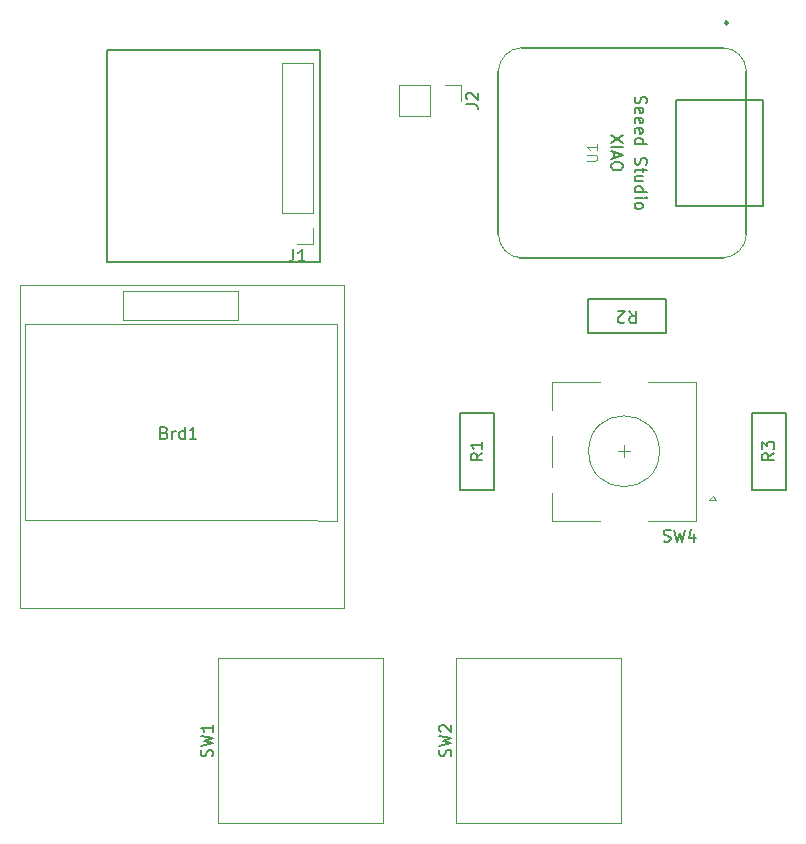
<source format=gbr>
%TF.GenerationSoftware,KiCad,Pcbnew,7.0.10*%
%TF.CreationDate,2025-02-10T10:38:22-05:00*%
%TF.ProjectId,Hackpad,4861636b-7061-4642-9e6b-696361645f70,rev?*%
%TF.SameCoordinates,Original*%
%TF.FileFunction,Legend,Top*%
%TF.FilePolarity,Positive*%
%FSLAX46Y46*%
G04 Gerber Fmt 4.6, Leading zero omitted, Abs format (unit mm)*
G04 Created by KiCad (PCBNEW 7.0.10) date 2025-02-10 10:38:22*
%MOMM*%
%LPD*%
G01*
G04 APERTURE LIST*
%ADD10C,0.150000*%
%ADD11C,0.101600*%
%ADD12C,0.120000*%
%ADD13C,0.152400*%
%ADD14C,0.127000*%
%ADD15C,0.254000*%
%ADD16C,0.025400*%
G04 APERTURE END LIST*
D10*
X138000000Y-63000000D02*
X120000000Y-63000000D01*
X120000000Y-63000000D02*
X120000000Y-81000000D01*
X120000000Y-81000000D02*
X138000000Y-81000000D01*
X138000000Y-81000000D02*
X138000000Y-63000000D01*
X135746666Y-79904819D02*
X135746666Y-80619104D01*
X135746666Y-80619104D02*
X135699047Y-80761961D01*
X135699047Y-80761961D02*
X135603809Y-80857200D01*
X135603809Y-80857200D02*
X135460952Y-80904819D01*
X135460952Y-80904819D02*
X135365714Y-80904819D01*
X136746666Y-80904819D02*
X136175238Y-80904819D01*
X136460952Y-80904819D02*
X136460952Y-79904819D01*
X136460952Y-79904819D02*
X136365714Y-80047676D01*
X136365714Y-80047676D02*
X136270476Y-80142914D01*
X136270476Y-80142914D02*
X136175238Y-80190533D01*
X150374819Y-67643333D02*
X151089104Y-67643333D01*
X151089104Y-67643333D02*
X151231961Y-67690952D01*
X151231961Y-67690952D02*
X151327200Y-67786190D01*
X151327200Y-67786190D02*
X151374819Y-67929047D01*
X151374819Y-67929047D02*
X151374819Y-68024285D01*
X150470057Y-67214761D02*
X150422438Y-67167142D01*
X150422438Y-67167142D02*
X150374819Y-67071904D01*
X150374819Y-67071904D02*
X150374819Y-66833809D01*
X150374819Y-66833809D02*
X150422438Y-66738571D01*
X150422438Y-66738571D02*
X150470057Y-66690952D01*
X150470057Y-66690952D02*
X150565295Y-66643333D01*
X150565295Y-66643333D02*
X150660533Y-66643333D01*
X150660533Y-66643333D02*
X150803390Y-66690952D01*
X150803390Y-66690952D02*
X151374819Y-67262380D01*
X151374819Y-67262380D02*
X151374819Y-66643333D01*
X164166666Y-85115180D02*
X164499999Y-85591371D01*
X164738094Y-85115180D02*
X164738094Y-86115180D01*
X164738094Y-86115180D02*
X164357142Y-86115180D01*
X164357142Y-86115180D02*
X164261904Y-86067561D01*
X164261904Y-86067561D02*
X164214285Y-86019942D01*
X164214285Y-86019942D02*
X164166666Y-85924704D01*
X164166666Y-85924704D02*
X164166666Y-85781847D01*
X164166666Y-85781847D02*
X164214285Y-85686609D01*
X164214285Y-85686609D02*
X164261904Y-85638990D01*
X164261904Y-85638990D02*
X164357142Y-85591371D01*
X164357142Y-85591371D02*
X164738094Y-85591371D01*
X163785713Y-86019942D02*
X163738094Y-86067561D01*
X163738094Y-86067561D02*
X163642856Y-86115180D01*
X163642856Y-86115180D02*
X163404761Y-86115180D01*
X163404761Y-86115180D02*
X163309523Y-86067561D01*
X163309523Y-86067561D02*
X163261904Y-86019942D01*
X163261904Y-86019942D02*
X163214285Y-85924704D01*
X163214285Y-85924704D02*
X163214285Y-85829466D01*
X163214285Y-85829466D02*
X163261904Y-85686609D01*
X163261904Y-85686609D02*
X163833332Y-85115180D01*
X163833332Y-85115180D02*
X163214285Y-85115180D01*
X176454819Y-97166666D02*
X175978628Y-97499999D01*
X176454819Y-97738094D02*
X175454819Y-97738094D01*
X175454819Y-97738094D02*
X175454819Y-97357142D01*
X175454819Y-97357142D02*
X175502438Y-97261904D01*
X175502438Y-97261904D02*
X175550057Y-97214285D01*
X175550057Y-97214285D02*
X175645295Y-97166666D01*
X175645295Y-97166666D02*
X175788152Y-97166666D01*
X175788152Y-97166666D02*
X175883390Y-97214285D01*
X175883390Y-97214285D02*
X175931009Y-97261904D01*
X175931009Y-97261904D02*
X175978628Y-97357142D01*
X175978628Y-97357142D02*
X175978628Y-97738094D01*
X175454819Y-96833332D02*
X175454819Y-96214285D01*
X175454819Y-96214285D02*
X175835771Y-96547618D01*
X175835771Y-96547618D02*
X175835771Y-96404761D01*
X175835771Y-96404761D02*
X175883390Y-96309523D01*
X175883390Y-96309523D02*
X175931009Y-96261904D01*
X175931009Y-96261904D02*
X176026247Y-96214285D01*
X176026247Y-96214285D02*
X176264342Y-96214285D01*
X176264342Y-96214285D02*
X176359580Y-96261904D01*
X176359580Y-96261904D02*
X176407200Y-96309523D01*
X176407200Y-96309523D02*
X176454819Y-96404761D01*
X176454819Y-96404761D02*
X176454819Y-96690475D01*
X176454819Y-96690475D02*
X176407200Y-96785713D01*
X176407200Y-96785713D02*
X176359580Y-96833332D01*
D11*
X160586985Y-72407333D02*
X161306652Y-72407333D01*
X161306652Y-72407333D02*
X161391318Y-72365000D01*
X161391318Y-72365000D02*
X161433652Y-72322666D01*
X161433652Y-72322666D02*
X161475985Y-72238000D01*
X161475985Y-72238000D02*
X161475985Y-72068666D01*
X161475985Y-72068666D02*
X161433652Y-71984000D01*
X161433652Y-71984000D02*
X161391318Y-71941666D01*
X161391318Y-71941666D02*
X161306652Y-71899333D01*
X161306652Y-71899333D02*
X160586985Y-71899333D01*
X161475985Y-71010333D02*
X161475985Y-71518333D01*
X161475985Y-71264333D02*
X160586985Y-71264333D01*
X160586985Y-71264333D02*
X160713985Y-71349000D01*
X160713985Y-71349000D02*
X160798652Y-71433667D01*
X160798652Y-71433667D02*
X160840985Y-71518333D01*
D10*
X164702800Y-66968095D02*
X164655180Y-67110952D01*
X164655180Y-67110952D02*
X164655180Y-67349047D01*
X164655180Y-67349047D02*
X164702800Y-67444285D01*
X164702800Y-67444285D02*
X164750419Y-67491904D01*
X164750419Y-67491904D02*
X164845657Y-67539523D01*
X164845657Y-67539523D02*
X164940895Y-67539523D01*
X164940895Y-67539523D02*
X165036133Y-67491904D01*
X165036133Y-67491904D02*
X165083752Y-67444285D01*
X165083752Y-67444285D02*
X165131371Y-67349047D01*
X165131371Y-67349047D02*
X165178990Y-67158571D01*
X165178990Y-67158571D02*
X165226609Y-67063333D01*
X165226609Y-67063333D02*
X165274228Y-67015714D01*
X165274228Y-67015714D02*
X165369466Y-66968095D01*
X165369466Y-66968095D02*
X165464704Y-66968095D01*
X165464704Y-66968095D02*
X165559942Y-67015714D01*
X165559942Y-67015714D02*
X165607561Y-67063333D01*
X165607561Y-67063333D02*
X165655180Y-67158571D01*
X165655180Y-67158571D02*
X165655180Y-67396666D01*
X165655180Y-67396666D02*
X165607561Y-67539523D01*
X164702800Y-68349047D02*
X164655180Y-68253809D01*
X164655180Y-68253809D02*
X164655180Y-68063333D01*
X164655180Y-68063333D02*
X164702800Y-67968095D01*
X164702800Y-67968095D02*
X164798038Y-67920476D01*
X164798038Y-67920476D02*
X165178990Y-67920476D01*
X165178990Y-67920476D02*
X165274228Y-67968095D01*
X165274228Y-67968095D02*
X165321847Y-68063333D01*
X165321847Y-68063333D02*
X165321847Y-68253809D01*
X165321847Y-68253809D02*
X165274228Y-68349047D01*
X165274228Y-68349047D02*
X165178990Y-68396666D01*
X165178990Y-68396666D02*
X165083752Y-68396666D01*
X165083752Y-68396666D02*
X164988514Y-67920476D01*
X164702800Y-69206190D02*
X164655180Y-69110952D01*
X164655180Y-69110952D02*
X164655180Y-68920476D01*
X164655180Y-68920476D02*
X164702800Y-68825238D01*
X164702800Y-68825238D02*
X164798038Y-68777619D01*
X164798038Y-68777619D02*
X165178990Y-68777619D01*
X165178990Y-68777619D02*
X165274228Y-68825238D01*
X165274228Y-68825238D02*
X165321847Y-68920476D01*
X165321847Y-68920476D02*
X165321847Y-69110952D01*
X165321847Y-69110952D02*
X165274228Y-69206190D01*
X165274228Y-69206190D02*
X165178990Y-69253809D01*
X165178990Y-69253809D02*
X165083752Y-69253809D01*
X165083752Y-69253809D02*
X164988514Y-68777619D01*
X164702800Y-70063333D02*
X164655180Y-69968095D01*
X164655180Y-69968095D02*
X164655180Y-69777619D01*
X164655180Y-69777619D02*
X164702800Y-69682381D01*
X164702800Y-69682381D02*
X164798038Y-69634762D01*
X164798038Y-69634762D02*
X165178990Y-69634762D01*
X165178990Y-69634762D02*
X165274228Y-69682381D01*
X165274228Y-69682381D02*
X165321847Y-69777619D01*
X165321847Y-69777619D02*
X165321847Y-69968095D01*
X165321847Y-69968095D02*
X165274228Y-70063333D01*
X165274228Y-70063333D02*
X165178990Y-70110952D01*
X165178990Y-70110952D02*
X165083752Y-70110952D01*
X165083752Y-70110952D02*
X164988514Y-69634762D01*
X164655180Y-70968095D02*
X165655180Y-70968095D01*
X164702800Y-70968095D02*
X164655180Y-70872857D01*
X164655180Y-70872857D02*
X164655180Y-70682381D01*
X164655180Y-70682381D02*
X164702800Y-70587143D01*
X164702800Y-70587143D02*
X164750419Y-70539524D01*
X164750419Y-70539524D02*
X164845657Y-70491905D01*
X164845657Y-70491905D02*
X165131371Y-70491905D01*
X165131371Y-70491905D02*
X165226609Y-70539524D01*
X165226609Y-70539524D02*
X165274228Y-70587143D01*
X165274228Y-70587143D02*
X165321847Y-70682381D01*
X165321847Y-70682381D02*
X165321847Y-70872857D01*
X165321847Y-70872857D02*
X165274228Y-70968095D01*
X164702800Y-72158572D02*
X164655180Y-72301429D01*
X164655180Y-72301429D02*
X164655180Y-72539524D01*
X164655180Y-72539524D02*
X164702800Y-72634762D01*
X164702800Y-72634762D02*
X164750419Y-72682381D01*
X164750419Y-72682381D02*
X164845657Y-72730000D01*
X164845657Y-72730000D02*
X164940895Y-72730000D01*
X164940895Y-72730000D02*
X165036133Y-72682381D01*
X165036133Y-72682381D02*
X165083752Y-72634762D01*
X165083752Y-72634762D02*
X165131371Y-72539524D01*
X165131371Y-72539524D02*
X165178990Y-72349048D01*
X165178990Y-72349048D02*
X165226609Y-72253810D01*
X165226609Y-72253810D02*
X165274228Y-72206191D01*
X165274228Y-72206191D02*
X165369466Y-72158572D01*
X165369466Y-72158572D02*
X165464704Y-72158572D01*
X165464704Y-72158572D02*
X165559942Y-72206191D01*
X165559942Y-72206191D02*
X165607561Y-72253810D01*
X165607561Y-72253810D02*
X165655180Y-72349048D01*
X165655180Y-72349048D02*
X165655180Y-72587143D01*
X165655180Y-72587143D02*
X165607561Y-72730000D01*
X165321847Y-73015715D02*
X165321847Y-73396667D01*
X165655180Y-73158572D02*
X164798038Y-73158572D01*
X164798038Y-73158572D02*
X164702800Y-73206191D01*
X164702800Y-73206191D02*
X164655180Y-73301429D01*
X164655180Y-73301429D02*
X164655180Y-73396667D01*
X165321847Y-74158572D02*
X164655180Y-74158572D01*
X165321847Y-73730001D02*
X164798038Y-73730001D01*
X164798038Y-73730001D02*
X164702800Y-73777620D01*
X164702800Y-73777620D02*
X164655180Y-73872858D01*
X164655180Y-73872858D02*
X164655180Y-74015715D01*
X164655180Y-74015715D02*
X164702800Y-74110953D01*
X164702800Y-74110953D02*
X164750419Y-74158572D01*
X164655180Y-75063334D02*
X165655180Y-75063334D01*
X164702800Y-75063334D02*
X164655180Y-74968096D01*
X164655180Y-74968096D02*
X164655180Y-74777620D01*
X164655180Y-74777620D02*
X164702800Y-74682382D01*
X164702800Y-74682382D02*
X164750419Y-74634763D01*
X164750419Y-74634763D02*
X164845657Y-74587144D01*
X164845657Y-74587144D02*
X165131371Y-74587144D01*
X165131371Y-74587144D02*
X165226609Y-74634763D01*
X165226609Y-74634763D02*
X165274228Y-74682382D01*
X165274228Y-74682382D02*
X165321847Y-74777620D01*
X165321847Y-74777620D02*
X165321847Y-74968096D01*
X165321847Y-74968096D02*
X165274228Y-75063334D01*
X164655180Y-75539525D02*
X165321847Y-75539525D01*
X165655180Y-75539525D02*
X165607561Y-75491906D01*
X165607561Y-75491906D02*
X165559942Y-75539525D01*
X165559942Y-75539525D02*
X165607561Y-75587144D01*
X165607561Y-75587144D02*
X165655180Y-75539525D01*
X165655180Y-75539525D02*
X165559942Y-75539525D01*
X164655180Y-76158572D02*
X164702800Y-76063334D01*
X164702800Y-76063334D02*
X164750419Y-76015715D01*
X164750419Y-76015715D02*
X164845657Y-75968096D01*
X164845657Y-75968096D02*
X165131371Y-75968096D01*
X165131371Y-75968096D02*
X165226609Y-76015715D01*
X165226609Y-76015715D02*
X165274228Y-76063334D01*
X165274228Y-76063334D02*
X165321847Y-76158572D01*
X165321847Y-76158572D02*
X165321847Y-76301429D01*
X165321847Y-76301429D02*
X165274228Y-76396667D01*
X165274228Y-76396667D02*
X165226609Y-76444286D01*
X165226609Y-76444286D02*
X165131371Y-76491905D01*
X165131371Y-76491905D02*
X164845657Y-76491905D01*
X164845657Y-76491905D02*
X164750419Y-76444286D01*
X164750419Y-76444286D02*
X164702800Y-76396667D01*
X164702800Y-76396667D02*
X164655180Y-76301429D01*
X164655180Y-76301429D02*
X164655180Y-76158572D01*
X163655180Y-70206191D02*
X162655180Y-70872857D01*
X163655180Y-70872857D02*
X162655180Y-70206191D01*
X162655180Y-71253810D02*
X163655180Y-71253810D01*
X162940895Y-71682381D02*
X162940895Y-72158571D01*
X162655180Y-71587143D02*
X163655180Y-71920476D01*
X163655180Y-71920476D02*
X162655180Y-72253809D01*
X163655180Y-72777619D02*
X163655180Y-72968095D01*
X163655180Y-72968095D02*
X163607561Y-73063333D01*
X163607561Y-73063333D02*
X163512323Y-73158571D01*
X163512323Y-73158571D02*
X163321847Y-73206190D01*
X163321847Y-73206190D02*
X162988514Y-73206190D01*
X162988514Y-73206190D02*
X162798038Y-73158571D01*
X162798038Y-73158571D02*
X162702800Y-73063333D01*
X162702800Y-73063333D02*
X162655180Y-72968095D01*
X162655180Y-72968095D02*
X162655180Y-72777619D01*
X162655180Y-72777619D02*
X162702800Y-72682381D01*
X162702800Y-72682381D02*
X162798038Y-72587143D01*
X162798038Y-72587143D02*
X162988514Y-72539524D01*
X162988514Y-72539524D02*
X163321847Y-72539524D01*
X163321847Y-72539524D02*
X163512323Y-72587143D01*
X163512323Y-72587143D02*
X163607561Y-72682381D01*
X163607561Y-72682381D02*
X163655180Y-72777619D01*
X124833333Y-95435009D02*
X124976190Y-95482628D01*
X124976190Y-95482628D02*
X125023809Y-95530247D01*
X125023809Y-95530247D02*
X125071428Y-95625485D01*
X125071428Y-95625485D02*
X125071428Y-95768342D01*
X125071428Y-95768342D02*
X125023809Y-95863580D01*
X125023809Y-95863580D02*
X124976190Y-95911200D01*
X124976190Y-95911200D02*
X124880952Y-95958819D01*
X124880952Y-95958819D02*
X124500000Y-95958819D01*
X124500000Y-95958819D02*
X124500000Y-94958819D01*
X124500000Y-94958819D02*
X124833333Y-94958819D01*
X124833333Y-94958819D02*
X124928571Y-95006438D01*
X124928571Y-95006438D02*
X124976190Y-95054057D01*
X124976190Y-95054057D02*
X125023809Y-95149295D01*
X125023809Y-95149295D02*
X125023809Y-95244533D01*
X125023809Y-95244533D02*
X124976190Y-95339771D01*
X124976190Y-95339771D02*
X124928571Y-95387390D01*
X124928571Y-95387390D02*
X124833333Y-95435009D01*
X124833333Y-95435009D02*
X124500000Y-95435009D01*
X125500000Y-95958819D02*
X125500000Y-95292152D01*
X125500000Y-95482628D02*
X125547619Y-95387390D01*
X125547619Y-95387390D02*
X125595238Y-95339771D01*
X125595238Y-95339771D02*
X125690476Y-95292152D01*
X125690476Y-95292152D02*
X125785714Y-95292152D01*
X126547619Y-95958819D02*
X126547619Y-94958819D01*
X126547619Y-95911200D02*
X126452381Y-95958819D01*
X126452381Y-95958819D02*
X126261905Y-95958819D01*
X126261905Y-95958819D02*
X126166667Y-95911200D01*
X126166667Y-95911200D02*
X126119048Y-95863580D01*
X126119048Y-95863580D02*
X126071429Y-95768342D01*
X126071429Y-95768342D02*
X126071429Y-95482628D01*
X126071429Y-95482628D02*
X126119048Y-95387390D01*
X126119048Y-95387390D02*
X126166667Y-95339771D01*
X126166667Y-95339771D02*
X126261905Y-95292152D01*
X126261905Y-95292152D02*
X126452381Y-95292152D01*
X126452381Y-95292152D02*
X126547619Y-95339771D01*
X127547619Y-95958819D02*
X126976191Y-95958819D01*
X127261905Y-95958819D02*
X127261905Y-94958819D01*
X127261905Y-94958819D02*
X127166667Y-95101676D01*
X127166667Y-95101676D02*
X127071429Y-95196914D01*
X127071429Y-95196914D02*
X126976191Y-95244533D01*
X128873200Y-122842032D02*
X128920819Y-122699175D01*
X128920819Y-122699175D02*
X128920819Y-122461080D01*
X128920819Y-122461080D02*
X128873200Y-122365842D01*
X128873200Y-122365842D02*
X128825580Y-122318223D01*
X128825580Y-122318223D02*
X128730342Y-122270604D01*
X128730342Y-122270604D02*
X128635104Y-122270604D01*
X128635104Y-122270604D02*
X128539866Y-122318223D01*
X128539866Y-122318223D02*
X128492247Y-122365842D01*
X128492247Y-122365842D02*
X128444628Y-122461080D01*
X128444628Y-122461080D02*
X128397009Y-122651556D01*
X128397009Y-122651556D02*
X128349390Y-122746794D01*
X128349390Y-122746794D02*
X128301771Y-122794413D01*
X128301771Y-122794413D02*
X128206533Y-122842032D01*
X128206533Y-122842032D02*
X128111295Y-122842032D01*
X128111295Y-122842032D02*
X128016057Y-122794413D01*
X128016057Y-122794413D02*
X127968438Y-122746794D01*
X127968438Y-122746794D02*
X127920819Y-122651556D01*
X127920819Y-122651556D02*
X127920819Y-122413461D01*
X127920819Y-122413461D02*
X127968438Y-122270604D01*
X127920819Y-121937270D02*
X128920819Y-121699175D01*
X128920819Y-121699175D02*
X128206533Y-121508699D01*
X128206533Y-121508699D02*
X128920819Y-121318223D01*
X128920819Y-121318223D02*
X127920819Y-121080128D01*
X128920819Y-120175366D02*
X128920819Y-120746794D01*
X128920819Y-120461080D02*
X127920819Y-120461080D01*
X127920819Y-120461080D02*
X128063676Y-120556318D01*
X128063676Y-120556318D02*
X128158914Y-120651556D01*
X128158914Y-120651556D02*
X128206533Y-120746794D01*
X149073200Y-122842032D02*
X149120819Y-122699175D01*
X149120819Y-122699175D02*
X149120819Y-122461080D01*
X149120819Y-122461080D02*
X149073200Y-122365842D01*
X149073200Y-122365842D02*
X149025580Y-122318223D01*
X149025580Y-122318223D02*
X148930342Y-122270604D01*
X148930342Y-122270604D02*
X148835104Y-122270604D01*
X148835104Y-122270604D02*
X148739866Y-122318223D01*
X148739866Y-122318223D02*
X148692247Y-122365842D01*
X148692247Y-122365842D02*
X148644628Y-122461080D01*
X148644628Y-122461080D02*
X148597009Y-122651556D01*
X148597009Y-122651556D02*
X148549390Y-122746794D01*
X148549390Y-122746794D02*
X148501771Y-122794413D01*
X148501771Y-122794413D02*
X148406533Y-122842032D01*
X148406533Y-122842032D02*
X148311295Y-122842032D01*
X148311295Y-122842032D02*
X148216057Y-122794413D01*
X148216057Y-122794413D02*
X148168438Y-122746794D01*
X148168438Y-122746794D02*
X148120819Y-122651556D01*
X148120819Y-122651556D02*
X148120819Y-122413461D01*
X148120819Y-122413461D02*
X148168438Y-122270604D01*
X148120819Y-121937270D02*
X149120819Y-121699175D01*
X149120819Y-121699175D02*
X148406533Y-121508699D01*
X148406533Y-121508699D02*
X149120819Y-121318223D01*
X149120819Y-121318223D02*
X148120819Y-121080128D01*
X148216057Y-120746794D02*
X148168438Y-120699175D01*
X148168438Y-120699175D02*
X148120819Y-120603937D01*
X148120819Y-120603937D02*
X148120819Y-120365842D01*
X148120819Y-120365842D02*
X148168438Y-120270604D01*
X148168438Y-120270604D02*
X148216057Y-120222985D01*
X148216057Y-120222985D02*
X148311295Y-120175366D01*
X148311295Y-120175366D02*
X148406533Y-120175366D01*
X148406533Y-120175366D02*
X148549390Y-120222985D01*
X148549390Y-120222985D02*
X149120819Y-120794413D01*
X149120819Y-120794413D02*
X149120819Y-120175366D01*
X167116667Y-104607200D02*
X167259524Y-104654819D01*
X167259524Y-104654819D02*
X167497619Y-104654819D01*
X167497619Y-104654819D02*
X167592857Y-104607200D01*
X167592857Y-104607200D02*
X167640476Y-104559580D01*
X167640476Y-104559580D02*
X167688095Y-104464342D01*
X167688095Y-104464342D02*
X167688095Y-104369104D01*
X167688095Y-104369104D02*
X167640476Y-104273866D01*
X167640476Y-104273866D02*
X167592857Y-104226247D01*
X167592857Y-104226247D02*
X167497619Y-104178628D01*
X167497619Y-104178628D02*
X167307143Y-104131009D01*
X167307143Y-104131009D02*
X167211905Y-104083390D01*
X167211905Y-104083390D02*
X167164286Y-104035771D01*
X167164286Y-104035771D02*
X167116667Y-103940533D01*
X167116667Y-103940533D02*
X167116667Y-103845295D01*
X167116667Y-103845295D02*
X167164286Y-103750057D01*
X167164286Y-103750057D02*
X167211905Y-103702438D01*
X167211905Y-103702438D02*
X167307143Y-103654819D01*
X167307143Y-103654819D02*
X167545238Y-103654819D01*
X167545238Y-103654819D02*
X167688095Y-103702438D01*
X168021429Y-103654819D02*
X168259524Y-104654819D01*
X168259524Y-104654819D02*
X168450000Y-103940533D01*
X168450000Y-103940533D02*
X168640476Y-104654819D01*
X168640476Y-104654819D02*
X168878572Y-103654819D01*
X169688095Y-103988152D02*
X169688095Y-104654819D01*
X169450000Y-103607200D02*
X169211905Y-104321485D01*
X169211905Y-104321485D02*
X169830952Y-104321485D01*
X151754819Y-97166666D02*
X151278628Y-97499999D01*
X151754819Y-97738094D02*
X150754819Y-97738094D01*
X150754819Y-97738094D02*
X150754819Y-97357142D01*
X150754819Y-97357142D02*
X150802438Y-97261904D01*
X150802438Y-97261904D02*
X150850057Y-97214285D01*
X150850057Y-97214285D02*
X150945295Y-97166666D01*
X150945295Y-97166666D02*
X151088152Y-97166666D01*
X151088152Y-97166666D02*
X151183390Y-97214285D01*
X151183390Y-97214285D02*
X151231009Y-97261904D01*
X151231009Y-97261904D02*
X151278628Y-97357142D01*
X151278628Y-97357142D02*
X151278628Y-97738094D01*
X151754819Y-96214285D02*
X151754819Y-96785713D01*
X151754819Y-96499999D02*
X150754819Y-96499999D01*
X150754819Y-96499999D02*
X150897676Y-96595237D01*
X150897676Y-96595237D02*
X150992914Y-96690475D01*
X150992914Y-96690475D02*
X151040533Y-96785713D01*
D12*
%TO.C,J1*%
X137410000Y-79450000D02*
X136080000Y-79450000D01*
X137410000Y-78120000D02*
X137410000Y-79450000D01*
X137410000Y-76850000D02*
X137410000Y-64090000D01*
X137410000Y-76850000D02*
X134750000Y-76850000D01*
X137410000Y-64090000D02*
X134750000Y-64090000D01*
X134750000Y-76850000D02*
X134750000Y-64090000D01*
%TO.C,J2*%
X149920000Y-65980000D02*
X149920000Y-67310000D01*
X148590000Y-65980000D02*
X149920000Y-65980000D01*
X147320000Y-65980000D02*
X144720000Y-65980000D01*
X147320000Y-65980000D02*
X147320000Y-68640000D01*
X144720000Y-65980000D02*
X144720000Y-68640000D01*
X147320000Y-68640000D02*
X144720000Y-68640000D01*
D13*
%TO.C,R2*%
X167276600Y-87005100D02*
X167276600Y-84134900D01*
X167276600Y-84134900D02*
X160723400Y-84134900D01*
X160723400Y-87005100D02*
X167276600Y-87005100D01*
X160723400Y-84134900D02*
X160723400Y-87005100D01*
%TO.C,R3*%
X174564900Y-100276600D02*
X177435100Y-100276600D01*
X177435100Y-100276600D02*
X177435100Y-93723400D01*
X174564900Y-93723400D02*
X174564900Y-100276600D01*
X177435100Y-93723400D02*
X174564900Y-93723400D01*
D14*
%TO.C,U1*%
X172110000Y-62830000D02*
X155110000Y-62830000D01*
X153110000Y-64830000D02*
X153110000Y-78630000D01*
X175534030Y-67230000D02*
X175534030Y-76230000D01*
X168180730Y-67230000D02*
X175534030Y-67230000D01*
X175534030Y-76230000D02*
X168180730Y-76230000D01*
X168180730Y-76230000D02*
X168180730Y-67230000D01*
X174109090Y-78630000D02*
X174109090Y-64830000D01*
X155110000Y-80630000D02*
X172110000Y-80630000D01*
D12*
X174109999Y-64830000D02*
G75*
G03*
X172110000Y-62830001I-2044611J-44612D01*
G01*
X155110000Y-62830001D02*
G75*
G03*
X153110001Y-64830000I44857J-2044856D01*
G01*
X172110000Y-80629999D02*
G75*
G03*
X174109999Y-78630000I-44610J2044609D01*
G01*
X153110000Y-78630000D02*
G75*
G03*
X155110000Y-80630000I2000000J0D01*
G01*
D15*
X172537000Y-60730000D02*
G75*
G03*
X172283000Y-60730000I-127000J0D01*
G01*
X172283000Y-60730000D02*
G75*
G03*
X172537000Y-60730000I127000J0D01*
G01*
D16*
X172220473Y-62845333D02*
X172269494Y-62849397D01*
X172171705Y-62842285D01*
X172220473Y-62845333D01*
X155088426Y-80619492D02*
X155039150Y-80617713D01*
X154990382Y-80614665D01*
X154941361Y-80610601D01*
X154892593Y-80605268D01*
X154843825Y-80598664D01*
X154795310Y-80591044D01*
X154747050Y-80582153D01*
X154699045Y-80572248D01*
X155088426Y-80619492D01*
D12*
%TO.C,Brd1*%
X112600000Y-82950000D02*
X140000000Y-82950000D01*
X112600000Y-110250000D02*
X112600000Y-82950000D01*
X113022000Y-86245000D02*
X136122000Y-86245000D01*
X113022000Y-102845000D02*
X113022000Y-86245000D01*
X121301000Y-83439000D02*
X121301000Y-85852000D01*
X121301000Y-83439000D02*
X131080000Y-83439000D01*
X131080000Y-83439000D02*
X131080000Y-85852000D01*
X131080000Y-85852000D02*
X121301000Y-85852000D01*
X136122000Y-86245000D02*
X139208000Y-86245000D01*
X136122000Y-102845000D02*
X113022000Y-102845000D01*
X136122000Y-102845000D02*
X139462000Y-102870000D01*
X139462000Y-86233000D02*
X139208000Y-86245000D01*
X139462000Y-102870000D02*
X139462000Y-86233000D01*
X140000000Y-82950000D02*
X140000000Y-110250000D01*
X140000000Y-110250000D02*
X112600000Y-110250000D01*
%TO.C,SW1*%
X129355000Y-128493700D02*
X129355000Y-114523700D01*
X143325000Y-128493700D02*
X129355000Y-128493700D01*
X129355000Y-114523700D02*
X143325000Y-114523700D01*
X143325000Y-114523700D02*
X143325000Y-128493700D01*
%TO.C,SW2*%
X149555000Y-128493700D02*
X149555000Y-114523700D01*
X163525000Y-128493700D02*
X149555000Y-128493700D01*
X149555000Y-114523700D02*
X163525000Y-114523700D01*
X163525000Y-114523700D02*
X163525000Y-128493700D01*
%TO.C,SW4*%
X171550000Y-101100000D02*
X170950000Y-101100000D01*
X171250000Y-100800000D02*
X171550000Y-101100000D01*
X170950000Y-101100000D02*
X171250000Y-100800000D01*
X169850000Y-102900000D02*
X169850000Y-91100000D01*
X165750000Y-102900000D02*
X169850000Y-102900000D01*
X165750000Y-91100000D02*
X169850000Y-91100000D01*
X164250000Y-97000000D02*
X163250000Y-97000000D01*
X163750000Y-97500000D02*
X163750000Y-96500000D01*
X161750000Y-102900000D02*
X157650000Y-102900000D01*
X157650000Y-102900000D02*
X157650000Y-100500000D01*
X157650000Y-98300000D02*
X157650000Y-95700000D01*
X157650000Y-93500000D02*
X157650000Y-91100000D01*
X157650000Y-91100000D02*
X161750000Y-91100000D01*
X166750000Y-97000000D02*
G75*
G03*
X160750000Y-97000000I-3000000J0D01*
G01*
X160750000Y-97000000D02*
G75*
G03*
X166750000Y-97000000I3000000J0D01*
G01*
D13*
%TO.C,R1*%
X149864900Y-100276600D02*
X152735100Y-100276600D01*
X152735100Y-100276600D02*
X152735100Y-93723400D01*
X149864900Y-93723400D02*
X149864900Y-100276600D01*
X152735100Y-93723400D02*
X149864900Y-93723400D01*
%TD*%
M02*

</source>
